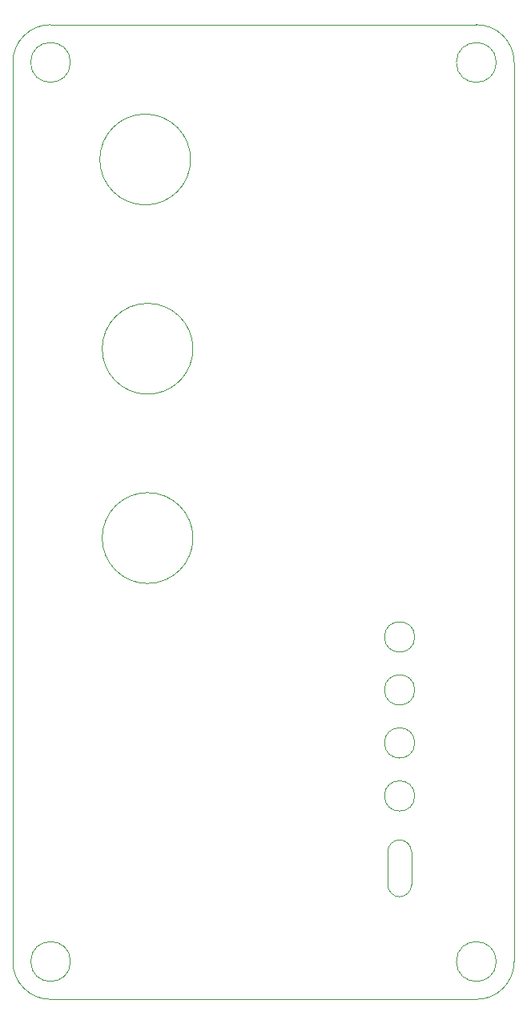
<source format=gbr>
%TF.GenerationSoftware,KiCad,Pcbnew,8.0.9-8.0.9-0~ubuntu24.04.1*%
%TF.CreationDate,2025-03-26T20:50:53+01:00*%
%TF.ProjectId,X7000II-FrontPanel,58373030-3049-4492-9d46-726f6e745061,rev?*%
%TF.SameCoordinates,Original*%
%TF.FileFunction,Profile,NP*%
%FSLAX46Y46*%
G04 Gerber Fmt 4.6, Leading zero omitted, Abs format (unit mm)*
G04 Created by KiCad (PCBNEW 8.0.9-8.0.9-0~ubuntu24.04.1) date 2025-03-26 20:50:53*
%MOMM*%
%LPD*%
G01*
G04 APERTURE LIST*
%TA.AperFunction,Profile*%
%ADD10C,0.050000*%
%TD*%
G04 APERTURE END LIST*
D10*
X138640000Y-136900000D02*
G75*
G02*
X137390000Y-135650000I0J1250000D01*
G01*
X140240000Y-120650000D02*
G75*
G02*
X137040000Y-120650000I-1600000J0D01*
G01*
X137040000Y-120650000D02*
G75*
G02*
X140240000Y-120650000I1600000J0D01*
G01*
X116800000Y-79000000D02*
G75*
G02*
X107200000Y-79000000I-4800000J0D01*
G01*
X107200000Y-79000000D02*
G75*
G02*
X116800000Y-79000000I4800000J0D01*
G01*
X138640000Y-130900000D02*
G75*
G02*
X139890000Y-132150000I0J-1250000D01*
G01*
X137390000Y-135650000D02*
X137390000Y-132150000D01*
X101750000Y-147750000D02*
G75*
G02*
X97750000Y-143750000I0J4000000D01*
G01*
X116550000Y-59000000D02*
G75*
G02*
X106950000Y-59000000I-4800000J0D01*
G01*
X106950000Y-59000000D02*
G75*
G02*
X116550000Y-59000000I4800000J0D01*
G01*
X101750000Y-44750000D02*
X146750000Y-44750000D01*
X140240000Y-126250000D02*
G75*
G02*
X137040000Y-126250000I-1600000J0D01*
G01*
X137040000Y-126250000D02*
G75*
G02*
X140240000Y-126250000I1600000J0D01*
G01*
X139890000Y-132150000D02*
X139890000Y-135650000D01*
X146750000Y-147750000D02*
X101750000Y-147750000D01*
X137390000Y-132150000D02*
G75*
G02*
X138640000Y-130900000I1250000J0D01*
G01*
X150750000Y-143750000D02*
G75*
G02*
X146750000Y-147750000I-4000000J0D01*
G01*
X148850000Y-143750000D02*
G75*
G02*
X144650000Y-143750000I-2100000J0D01*
G01*
X144650000Y-143750000D02*
G75*
G02*
X148850000Y-143750000I2100000J0D01*
G01*
X148850000Y-48750000D02*
G75*
G02*
X144650000Y-48750000I-2100000J0D01*
G01*
X144650000Y-48750000D02*
G75*
G02*
X148850000Y-48750000I2100000J0D01*
G01*
X150750000Y-48750000D02*
X150750000Y-143750000D01*
X140240000Y-115050000D02*
G75*
G02*
X137040000Y-115050000I-1600000J0D01*
G01*
X137040000Y-115050000D02*
G75*
G02*
X140240000Y-115050000I1600000J0D01*
G01*
X146750000Y-44750000D02*
G75*
G02*
X150750000Y-48750000I0J-4000000D01*
G01*
X103850000Y-143750000D02*
G75*
G02*
X99650000Y-143750000I-2100000J0D01*
G01*
X99650000Y-143750000D02*
G75*
G02*
X103850000Y-143750000I2100000J0D01*
G01*
X103840000Y-48740000D02*
G75*
G02*
X99640000Y-48740000I-2100000J0D01*
G01*
X99640000Y-48740000D02*
G75*
G02*
X103840000Y-48740000I2100000J0D01*
G01*
X116800000Y-99000000D02*
G75*
G02*
X107200000Y-99000000I-4800000J0D01*
G01*
X107200000Y-99000000D02*
G75*
G02*
X116800000Y-99000000I4800000J0D01*
G01*
X139890000Y-135650000D02*
G75*
G02*
X138640000Y-136900000I-1250000J0D01*
G01*
X97750000Y-143750000D02*
X97750000Y-48750000D01*
X97750000Y-48750000D02*
G75*
G02*
X101750000Y-44750000I4000000J0D01*
G01*
X140240000Y-109450000D02*
G75*
G02*
X137040000Y-109450000I-1600000J0D01*
G01*
X137040000Y-109450000D02*
G75*
G02*
X140240000Y-109450000I1600000J0D01*
G01*
M02*

</source>
